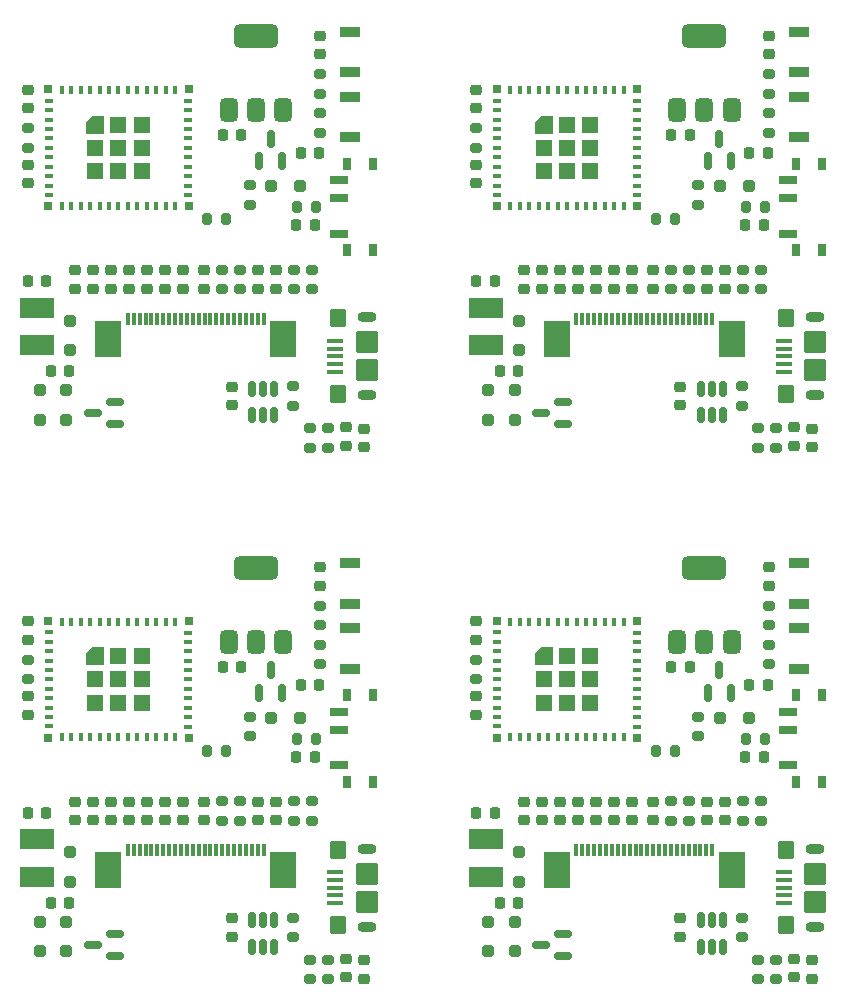
<source format=gtp>
G04 #@! TF.GenerationSoftware,KiCad,Pcbnew,9.0.3*
G04 #@! TF.CreationDate,2025-09-14T18:43:41+02:00*
G04 #@! TF.ProjectId,panel,70616e65-6c2e-46b6-9963-61645f706362,rev?*
G04 #@! TF.SameCoordinates,Original*
G04 #@! TF.FileFunction,Paste,Top*
G04 #@! TF.FilePolarity,Positive*
%FSLAX46Y46*%
G04 Gerber Fmt 4.6, Leading zero omitted, Abs format (unit mm)*
G04 Created by KiCad (PCBNEW 9.0.3) date 2025-09-14 18:43:41*
%MOMM*%
%LPD*%
G01*
G04 APERTURE LIST*
G04 Aperture macros list*
%AMRoundRect*
0 Rectangle with rounded corners*
0 $1 Rounding radius*
0 $2 $3 $4 $5 $6 $7 $8 $9 X,Y pos of 4 corners*
0 Add a 4 corners polygon primitive as box body*
4,1,4,$2,$3,$4,$5,$6,$7,$8,$9,$2,$3,0*
0 Add four circle primitives for the rounded corners*
1,1,$1+$1,$2,$3*
1,1,$1+$1,$4,$5*
1,1,$1+$1,$6,$7*
1,1,$1+$1,$8,$9*
0 Add four rect primitives between the rounded corners*
20,1,$1+$1,$2,$3,$4,$5,0*
20,1,$1+$1,$4,$5,$6,$7,0*
20,1,$1+$1,$6,$7,$8,$9,0*
20,1,$1+$1,$8,$9,$2,$3,0*%
%AMOutline5P*
0 Free polygon, 5 corners , with rotation*
0 The origin of the aperture is its center*
0 number of corners: always 5*
0 $1 to $10 corner X, Y*
0 $11 Rotation angle, in degrees counterclockwise*
0 create outline with 5 corners*
4,1,5,$1,$2,$3,$4,$5,$6,$7,$8,$9,$10,$1,$2,$11*%
%AMOutline6P*
0 Free polygon, 6 corners , with rotation*
0 The origin of the aperture is its center*
0 number of corners: always 6*
0 $1 to $12 corner X, Y*
0 $13 Rotation angle, in degrees counterclockwise*
0 create outline with 6 corners*
4,1,6,$1,$2,$3,$4,$5,$6,$7,$8,$9,$10,$11,$12,$1,$2,$13*%
%AMOutline7P*
0 Free polygon, 7 corners , with rotation*
0 The origin of the aperture is its center*
0 number of corners: always 7*
0 $1 to $14 corner X, Y*
0 $15 Rotation angle, in degrees counterclockwise*
0 create outline with 7 corners*
4,1,7,$1,$2,$3,$4,$5,$6,$7,$8,$9,$10,$11,$12,$13,$14,$1,$2,$15*%
%AMOutline8P*
0 Free polygon, 8 corners , with rotation*
0 The origin of the aperture is its center*
0 number of corners: always 8*
0 $1 to $16 corner X, Y*
0 $17 Rotation angle, in degrees counterclockwise*
0 create outline with 8 corners*
4,1,8,$1,$2,$3,$4,$5,$6,$7,$8,$9,$10,$11,$12,$13,$14,$15,$16,$1,$2,$17*%
G04 Aperture macros list end*
%ADD10RoundRect,0.200000X-0.275000X0.200000X-0.275000X-0.200000X0.275000X-0.200000X0.275000X0.200000X0*%
%ADD11RoundRect,0.225000X-0.250000X0.225000X-0.250000X-0.225000X0.250000X-0.225000X0.250000X0.225000X0*%
%ADD12RoundRect,0.250000X-0.250000X0.250000X-0.250000X-0.250000X0.250000X-0.250000X0.250000X0.250000X0*%
%ADD13RoundRect,0.225000X-0.225000X-0.250000X0.225000X-0.250000X0.225000X0.250000X-0.225000X0.250000X0*%
%ADD14RoundRect,0.225000X0.250000X-0.225000X0.250000X0.225000X-0.250000X0.225000X-0.250000X-0.225000X0*%
%ADD15RoundRect,0.250000X0.250000X0.250000X-0.250000X0.250000X-0.250000X-0.250000X0.250000X-0.250000X0*%
%ADD16RoundRect,0.225000X0.225000X0.250000X-0.225000X0.250000X-0.225000X-0.250000X0.225000X-0.250000X0*%
%ADD17RoundRect,0.375000X0.375000X-0.625000X0.375000X0.625000X-0.375000X0.625000X-0.375000X-0.625000X0*%
%ADD18RoundRect,0.500000X1.400000X-0.500000X1.400000X0.500000X-1.400000X0.500000X-1.400000X-0.500000X0*%
%ADD19R,0.300000X1.100000*%
%ADD20R,2.300000X3.100000*%
%ADD21RoundRect,0.200000X0.200000X0.275000X-0.200000X0.275000X-0.200000X-0.275000X0.200000X-0.275000X0*%
%ADD22RoundRect,0.150000X-0.150000X0.512500X-0.150000X-0.512500X0.150000X-0.512500X0.150000X0.512500X0*%
%ADD23RoundRect,0.150000X0.587500X0.150000X-0.587500X0.150000X-0.587500X-0.150000X0.587500X-0.150000X0*%
%ADD24RoundRect,0.150000X0.150000X-0.587500X0.150000X0.587500X-0.150000X0.587500X-0.150000X-0.587500X0*%
%ADD25RoundRect,0.200000X0.275000X-0.200000X0.275000X0.200000X-0.275000X0.200000X-0.275000X-0.200000X0*%
%ADD26R,0.800000X1.000000*%
%ADD27R,1.500000X0.700000*%
%ADD28RoundRect,0.218750X0.218750X0.256250X-0.218750X0.256250X-0.218750X-0.256250X0.218750X-0.256250X0*%
%ADD29RoundRect,0.218750X-0.256250X0.218750X-0.256250X-0.218750X0.256250X-0.218750X0.256250X0.218750X0*%
%ADD30R,2.900000X1.800000*%
%ADD31RoundRect,0.100000X0.575000X-0.100000X0.575000X0.100000X-0.575000X0.100000X-0.575000X-0.100000X0*%
%ADD32O,1.600000X0.900000*%
%ADD33RoundRect,0.250000X0.450000X-0.550000X0.450000X0.550000X-0.450000X0.550000X-0.450000X-0.550000X0*%
%ADD34RoundRect,0.250000X0.700000X-0.700000X0.700000X0.700000X-0.700000X0.700000X-0.700000X-0.700000X0*%
%ADD35R,0.800000X0.400000*%
%ADD36R,1.450000X1.450000*%
%ADD37R,0.400000X0.800000*%
%ADD38R,0.700000X0.700000*%
%ADD39Outline5P,-0.725000X0.725000X0.725000X0.725000X0.725000X-0.217500X0.217500X-0.725000X-0.725000X-0.725000X180.000000*%
%ADD40R,1.700000X0.900000*%
G04 APERTURE END LIST*
D10*
G04 #@! TO.C,R2*
X73155800Y-42785800D03*
X73155800Y-44435800D03*
G04 #@! TD*
D11*
G04 #@! TO.C,C14*
X22924800Y-29424600D03*
X22924800Y-30974600D03*
G04 #@! TD*
D10*
G04 #@! TO.C,R11*
X70311000Y-74373000D03*
X70311000Y-76023000D03*
G04 #@! TD*
D12*
G04 #@! TO.C,D5*
X10783600Y-84545200D03*
X10783600Y-87045200D03*
G04 #@! TD*
D13*
G04 #@! TO.C,C1*
X32868600Y-19480800D03*
X34418600Y-19480800D03*
G04 #@! TD*
D14*
G04 #@! TO.C,C16*
X67263000Y-75973000D03*
X67263000Y-74423000D03*
G04 #@! TD*
D15*
G04 #@! TO.C,D1*
X32861600Y-22274800D03*
X30361600Y-22274800D03*
G04 #@! TD*
D14*
G04 #@! TO.C,C5*
X34532600Y-56110200D03*
X34532600Y-54560200D03*
G04 #@! TD*
D11*
G04 #@! TO.C,C6*
X47755800Y-20483800D03*
X47755800Y-22033800D03*
G04 #@! TD*
D12*
G04 #@! TO.C,D4*
X13374400Y-33674200D03*
X13374400Y-36174200D03*
G04 #@! TD*
D10*
G04 #@! TO.C,R4*
X28563600Y-22211800D03*
X28563600Y-23861800D03*
G04 #@! TD*
D16*
G04 #@! TO.C,C2*
X65802800Y-17956800D03*
X64252800Y-17956800D03*
G04 #@! TD*
D14*
G04 #@! TO.C,C11*
X18352800Y-30974600D03*
X18352800Y-29424600D03*
G04 #@! TD*
D11*
G04 #@! TO.C,C8*
X51769000Y-74423000D03*
X51769000Y-75973000D03*
G04 #@! TD*
D14*
G04 #@! TO.C,C12*
X19876800Y-75973000D03*
X19876800Y-74423000D03*
G04 #@! TD*
D10*
G04 #@! TO.C,R8*
X64215000Y-29374600D03*
X64215000Y-31024600D03*
G04 #@! TD*
D17*
G04 #@! TO.C,U3*
X26771600Y-15874800D03*
X29071600Y-15874800D03*
D18*
X29071600Y-9574800D03*
D17*
X31371600Y-15874800D03*
G04 #@! TD*
D11*
G04 #@! TO.C,C14*
X60913000Y-74423000D03*
X60913000Y-75973000D03*
G04 #@! TD*
D14*
G04 #@! TO.C,C10*
X16828800Y-30974600D03*
X16828800Y-29424600D03*
G04 #@! TD*
D19*
G04 #@! TO.C,J2*
X18242800Y-33501600D03*
X18742800Y-33501600D03*
X19242800Y-33501600D03*
X19742800Y-33501600D03*
X20242800Y-33501600D03*
X20742800Y-33501600D03*
X21242800Y-33501600D03*
X21742800Y-33501600D03*
X22242800Y-33501600D03*
X22742800Y-33501600D03*
X23242800Y-33501600D03*
X23742800Y-33501600D03*
X24242800Y-33501600D03*
X24742800Y-33501600D03*
X25242800Y-33501600D03*
X25742800Y-33501600D03*
X26242800Y-33501600D03*
X26742800Y-33501600D03*
X27242800Y-33501600D03*
X27742800Y-33501600D03*
X28242800Y-33501600D03*
X28742800Y-33501600D03*
X29242800Y-33501600D03*
X29742800Y-33501600D03*
D20*
X16572800Y-35201600D03*
X31412800Y-35201600D03*
G04 #@! TD*
D12*
G04 #@! TO.C,D3*
X51032400Y-39546800D03*
X51032400Y-42046800D03*
G04 #@! TD*
D21*
G04 #@! TO.C,R5*
X64582800Y-70067200D03*
X62932800Y-70067200D03*
G04 #@! TD*
D22*
G04 #@! TO.C,U2*
X68644800Y-84423700D03*
X67694800Y-84423700D03*
X66744800Y-84423700D03*
X66744800Y-86698700D03*
X67694800Y-86698700D03*
X68644800Y-86698700D03*
G04 #@! TD*
D23*
G04 #@! TO.C,Q2*
X17133600Y-87461200D03*
X17133600Y-85561200D03*
X15258600Y-86511200D03*
G04 #@! TD*
D24*
G04 #@! TO.C,Q1*
X67379800Y-20164300D03*
X69279800Y-20164300D03*
X68329800Y-18289300D03*
G04 #@! TD*
D23*
G04 #@! TO.C,Q2*
X55121800Y-87461200D03*
X55121800Y-85561200D03*
X53246800Y-86511200D03*
G04 #@! TD*
D14*
G04 #@! TO.C,C4*
X76203800Y-89384200D03*
X76203800Y-87834200D03*
G04 #@! TD*
G04 #@! TO.C,C16*
X29274800Y-30974600D03*
X29274800Y-29424600D03*
G04 #@! TD*
G04 #@! TO.C,C17*
X30798800Y-30974600D03*
X30798800Y-29424600D03*
G04 #@! TD*
D15*
G04 #@! TO.C,D1*
X70849800Y-22274800D03*
X68349800Y-22274800D03*
G04 #@! TD*
D19*
G04 #@! TO.C,J2*
X18242800Y-78500000D03*
X18742800Y-78500000D03*
X19242800Y-78500000D03*
X19742800Y-78500000D03*
X20242800Y-78500000D03*
X20742800Y-78500000D03*
X21242800Y-78500000D03*
X21742800Y-78500000D03*
X22242800Y-78500000D03*
X22742800Y-78500000D03*
X23242800Y-78500000D03*
X23742800Y-78500000D03*
X24242800Y-78500000D03*
X24742800Y-78500000D03*
X25242800Y-78500000D03*
X25742800Y-78500000D03*
X26242800Y-78500000D03*
X26742800Y-78500000D03*
X27242800Y-78500000D03*
X27742800Y-78500000D03*
X28242800Y-78500000D03*
X28742800Y-78500000D03*
X29242800Y-78500000D03*
X29742800Y-78500000D03*
D20*
X16572800Y-80200000D03*
X31412800Y-80200000D03*
G04 #@! TD*
D25*
G04 #@! TO.C,R3*
X71631800Y-89434200D03*
X71631800Y-87784200D03*
G04 #@! TD*
D10*
G04 #@! TO.C,R10*
X71835000Y-29374600D03*
X71835000Y-31024600D03*
G04 #@! TD*
D25*
G04 #@! TO.C,R12*
X34532600Y-17765800D03*
X34532600Y-16115800D03*
G04 #@! TD*
D14*
G04 #@! TO.C,C7*
X47755800Y-15683800D03*
X47755800Y-14133800D03*
G04 #@! TD*
D24*
G04 #@! TO.C,Q1*
X67379800Y-65162700D03*
X69279800Y-65162700D03*
X68329800Y-63287700D03*
G04 #@! TD*
D25*
G04 #@! TO.C,R7*
X9767600Y-64034200D03*
X9767600Y-62384200D03*
G04 #@! TD*
D24*
G04 #@! TO.C,Q1*
X29391600Y-65162700D03*
X31291600Y-65162700D03*
X30341600Y-63287700D03*
G04 #@! TD*
D15*
G04 #@! TO.C,D1*
X70849800Y-67273200D03*
X68349800Y-67273200D03*
G04 #@! TD*
D11*
G04 #@! TO.C,C14*
X22924800Y-74423000D03*
X22924800Y-75973000D03*
G04 #@! TD*
D25*
G04 #@! TO.C,R1*
X70234800Y-85878200D03*
X70234800Y-84228200D03*
G04 #@! TD*
D21*
G04 #@! TO.C,R13*
X34214600Y-69051200D03*
X32564600Y-69051200D03*
G04 #@! TD*
D26*
G04 #@! TO.C,SW3*
X36800600Y-72701200D03*
X39010600Y-72701200D03*
X36800600Y-65401200D03*
X39010600Y-65401200D03*
D27*
X36150600Y-71301200D03*
X36150600Y-68301200D03*
X36150600Y-66801200D03*
G04 #@! TD*
D21*
G04 #@! TO.C,R5*
X26594600Y-70067200D03*
X24944600Y-70067200D03*
G04 #@! TD*
D16*
G04 #@! TO.C,C18*
X51274000Y-82959100D03*
X49724000Y-82959100D03*
G04 #@! TD*
G04 #@! TO.C,C18*
X51274000Y-37960700D03*
X49724000Y-37960700D03*
G04 #@! TD*
D11*
G04 #@! TO.C,C6*
X9767600Y-20483800D03*
X9767600Y-22033800D03*
G04 #@! TD*
D28*
G04 #@! TO.C,D6*
X34088600Y-25576800D03*
X32513600Y-25576800D03*
G04 #@! TD*
D11*
G04 #@! TO.C,C8*
X51769000Y-29424600D03*
X51769000Y-30974600D03*
G04 #@! TD*
D10*
G04 #@! TO.C,R8*
X26226800Y-29374600D03*
X26226800Y-31024600D03*
G04 #@! TD*
D16*
G04 #@! TO.C,C18*
X13285800Y-82959100D03*
X11735800Y-82959100D03*
G04 #@! TD*
D11*
G04 #@! TO.C,C15*
X24702800Y-29424600D03*
X24702800Y-30974600D03*
G04 #@! TD*
D10*
G04 #@! TO.C,R11*
X32322800Y-29374600D03*
X32322800Y-31024600D03*
G04 #@! TD*
D21*
G04 #@! TO.C,R5*
X26594600Y-25068800D03*
X24944600Y-25068800D03*
G04 #@! TD*
D10*
G04 #@! TO.C,R2*
X35167600Y-42785800D03*
X35167600Y-44435800D03*
G04 #@! TD*
D29*
G04 #@! TO.C,D2*
X36691600Y-87694700D03*
X36691600Y-89269700D03*
G04 #@! TD*
D25*
G04 #@! TO.C,R12*
X34532600Y-62764200D03*
X34532600Y-61114200D03*
G04 #@! TD*
D13*
G04 #@! TO.C,C1*
X70856800Y-64479200D03*
X72406800Y-64479200D03*
G04 #@! TD*
D11*
G04 #@! TO.C,C8*
X13780800Y-74423000D03*
X13780800Y-75973000D03*
G04 #@! TD*
D25*
G04 #@! TO.C,R6*
X34532600Y-59462200D03*
X34532600Y-57812200D03*
G04 #@! TD*
G04 #@! TO.C,R12*
X72520800Y-17765800D03*
X72520800Y-16115800D03*
G04 #@! TD*
G04 #@! TO.C,R6*
X72520800Y-59462200D03*
X72520800Y-57812200D03*
G04 #@! TD*
D14*
G04 #@! TO.C,C16*
X67263000Y-30974600D03*
X67263000Y-29424600D03*
G04 #@! TD*
D29*
G04 #@! TO.C,D2*
X74679800Y-87694700D03*
X74679800Y-89269700D03*
G04 #@! TD*
D14*
G04 #@! TO.C,C7*
X9767600Y-60682200D03*
X9767600Y-59132200D03*
G04 #@! TD*
G04 #@! TO.C,C9*
X53293000Y-30974600D03*
X53293000Y-29424600D03*
G04 #@! TD*
D28*
G04 #@! TO.C,D6*
X72076800Y-70575200D03*
X70501800Y-70575200D03*
G04 #@! TD*
D14*
G04 #@! TO.C,C4*
X38215600Y-89384200D03*
X38215600Y-87834200D03*
G04 #@! TD*
D10*
G04 #@! TO.C,R9*
X27750800Y-74373000D03*
X27750800Y-76023000D03*
G04 #@! TD*
D21*
G04 #@! TO.C,R13*
X72202800Y-69051200D03*
X70552800Y-69051200D03*
G04 #@! TD*
D14*
G04 #@! TO.C,C9*
X15304800Y-30974600D03*
X15304800Y-29424600D03*
G04 #@! TD*
D26*
G04 #@! TO.C,SW3*
X74788800Y-27702800D03*
X76998800Y-27702800D03*
X74788800Y-20402800D03*
X76998800Y-20402800D03*
D27*
X74138800Y-26302800D03*
X74138800Y-23302800D03*
X74138800Y-21802800D03*
G04 #@! TD*
D11*
G04 #@! TO.C,C8*
X13780800Y-29424600D03*
X13780800Y-30974600D03*
G04 #@! TD*
D14*
G04 #@! TO.C,C11*
X56341000Y-75973000D03*
X56341000Y-74423000D03*
G04 #@! TD*
D16*
G04 #@! TO.C,C2*
X65802800Y-62955200D03*
X64252800Y-62955200D03*
G04 #@! TD*
D21*
G04 #@! TO.C,R5*
X64582800Y-25068800D03*
X62932800Y-25068800D03*
G04 #@! TD*
D30*
G04 #@! TO.C,L1*
X48568600Y-77560600D03*
X48568600Y-80760600D03*
G04 #@! TD*
D11*
G04 #@! TO.C,C13*
X21400800Y-74423000D03*
X21400800Y-75973000D03*
G04 #@! TD*
D14*
G04 #@! TO.C,C4*
X38215600Y-44385800D03*
X38215600Y-42835800D03*
G04 #@! TD*
D10*
G04 #@! TO.C,R4*
X66551800Y-67210200D03*
X66551800Y-68860200D03*
G04 #@! TD*
D14*
G04 #@! TO.C,C12*
X57865000Y-75973000D03*
X57865000Y-74423000D03*
G04 #@! TD*
D26*
G04 #@! TO.C,SW3*
X74788800Y-72701200D03*
X76998800Y-72701200D03*
X74788800Y-65401200D03*
X76998800Y-65401200D03*
D27*
X74138800Y-71301200D03*
X74138800Y-68301200D03*
X74138800Y-66801200D03*
G04 #@! TD*
D11*
G04 #@! TO.C,C13*
X59389000Y-74423000D03*
X59389000Y-75973000D03*
G04 #@! TD*
D14*
G04 #@! TO.C,C11*
X56341000Y-30974600D03*
X56341000Y-29424600D03*
G04 #@! TD*
D31*
G04 #@! TO.C,J1*
X73782800Y-82981200D03*
X73782800Y-82331200D03*
X73782800Y-81681200D03*
X73782800Y-81031200D03*
X73782800Y-80381200D03*
D32*
X76457800Y-84981200D03*
D33*
X74007800Y-84881200D03*
D34*
X76457800Y-82881200D03*
X76457800Y-80481200D03*
D33*
X74007800Y-78481200D03*
D32*
X76457800Y-78381200D03*
G04 #@! TD*
D25*
G04 #@! TO.C,R1*
X32246600Y-85878200D03*
X32246600Y-84228200D03*
G04 #@! TD*
D12*
G04 #@! TO.C,D3*
X13044200Y-39546800D03*
X13044200Y-42046800D03*
G04 #@! TD*
D10*
G04 #@! TO.C,R4*
X66551800Y-22211800D03*
X66551800Y-23861800D03*
G04 #@! TD*
D16*
G04 #@! TO.C,C2*
X27814600Y-62955200D03*
X26264600Y-62955200D03*
G04 #@! TD*
D35*
G04 #@! TO.C,U1*
X49539800Y-60045200D03*
X49539800Y-60845200D03*
X49539800Y-61645200D03*
X49539800Y-62445200D03*
X49539800Y-63245200D03*
X49539800Y-64045200D03*
X49539800Y-64845200D03*
X49539800Y-65645200D03*
X49539800Y-66445200D03*
D36*
X55439800Y-66020200D03*
D35*
X49539800Y-67245200D03*
X49539800Y-67995200D03*
D37*
X50639800Y-68945200D03*
X51439800Y-68945200D03*
X52239800Y-68945200D03*
X53039800Y-68945200D03*
X53839800Y-68945200D03*
X54639800Y-68945200D03*
X55439800Y-68945200D03*
X56239800Y-68945200D03*
X57039800Y-68945200D03*
X57839800Y-68945200D03*
X58639800Y-68945200D03*
X59439800Y-68945200D03*
X60239800Y-68945200D03*
D35*
X61339800Y-68045200D03*
X61339800Y-67245200D03*
X61339800Y-66445200D03*
X61339800Y-65645200D03*
X61339800Y-64845200D03*
X61339800Y-64045200D03*
X61339800Y-63245200D03*
X61339800Y-62445200D03*
X61339800Y-61645200D03*
X61339800Y-60845200D03*
X61339800Y-60095200D03*
D37*
X60239800Y-59145200D03*
X60239800Y-59145200D03*
X59439800Y-59145200D03*
X58639800Y-59145200D03*
X57839800Y-59145200D03*
X57039800Y-59145200D03*
X56239800Y-59145200D03*
X55439800Y-59145200D03*
X54639800Y-59145200D03*
X53839800Y-59145200D03*
X53039800Y-59145200D03*
X52239800Y-59145200D03*
X51439800Y-59145200D03*
X50639800Y-59145200D03*
D36*
X55439800Y-64045200D03*
D38*
X61389800Y-59095200D03*
X61389800Y-68995200D03*
X49489800Y-68995200D03*
X49489800Y-59095200D03*
D39*
X53489800Y-62070200D03*
D36*
X55439800Y-62070200D03*
X57414800Y-62070200D03*
X53464800Y-64045200D03*
X57414800Y-64045200D03*
X53464800Y-66020200D03*
X57414800Y-66020200D03*
G04 #@! TD*
D40*
G04 #@! TO.C,SW4*
X75060800Y-14732800D03*
X75060800Y-18132800D03*
G04 #@! TD*
D10*
G04 #@! TO.C,R11*
X32322800Y-74373000D03*
X32322800Y-76023000D03*
G04 #@! TD*
D25*
G04 #@! TO.C,R6*
X34532600Y-14463800D03*
X34532600Y-12813800D03*
G04 #@! TD*
D11*
G04 #@! TO.C,C3*
X65027800Y-39279800D03*
X65027800Y-40829800D03*
G04 #@! TD*
D12*
G04 #@! TO.C,D4*
X13374400Y-78672600D03*
X13374400Y-81172600D03*
G04 #@! TD*
D30*
G04 #@! TO.C,L1*
X10580400Y-77560600D03*
X10580400Y-80760600D03*
G04 #@! TD*
D25*
G04 #@! TO.C,R7*
X47755800Y-64034200D03*
X47755800Y-62384200D03*
G04 #@! TD*
D10*
G04 #@! TO.C,R10*
X33846800Y-74373000D03*
X33846800Y-76023000D03*
G04 #@! TD*
D25*
G04 #@! TO.C,R7*
X47755800Y-19035800D03*
X47755800Y-17385800D03*
G04 #@! TD*
G04 #@! TO.C,R6*
X72520800Y-14463800D03*
X72520800Y-12813800D03*
G04 #@! TD*
D14*
G04 #@! TO.C,C12*
X19876800Y-30974600D03*
X19876800Y-29424600D03*
G04 #@! TD*
D22*
G04 #@! TO.C,U2*
X30656600Y-84423700D03*
X29706600Y-84423700D03*
X28756600Y-84423700D03*
X28756600Y-86698700D03*
X29706600Y-86698700D03*
X30656600Y-86698700D03*
G04 #@! TD*
D11*
G04 #@! TO.C,C6*
X47755800Y-65482200D03*
X47755800Y-67032200D03*
G04 #@! TD*
D12*
G04 #@! TO.C,D3*
X51032400Y-84545200D03*
X51032400Y-87045200D03*
G04 #@! TD*
D14*
G04 #@! TO.C,C4*
X76203800Y-44385800D03*
X76203800Y-42835800D03*
G04 #@! TD*
D23*
G04 #@! TO.C,Q2*
X55121800Y-42462800D03*
X55121800Y-40562800D03*
X53246800Y-41512800D03*
G04 #@! TD*
D19*
G04 #@! TO.C,J2*
X56231000Y-78500000D03*
X56731000Y-78500000D03*
X57231000Y-78500000D03*
X57731000Y-78500000D03*
X58231000Y-78500000D03*
X58731000Y-78500000D03*
X59231000Y-78500000D03*
X59731000Y-78500000D03*
X60231000Y-78500000D03*
X60731000Y-78500000D03*
X61231000Y-78500000D03*
X61731000Y-78500000D03*
X62231000Y-78500000D03*
X62731000Y-78500000D03*
X63231000Y-78500000D03*
X63731000Y-78500000D03*
X64231000Y-78500000D03*
X64731000Y-78500000D03*
X65231000Y-78500000D03*
X65731000Y-78500000D03*
X66231000Y-78500000D03*
X66731000Y-78500000D03*
X67231000Y-78500000D03*
X67731000Y-78500000D03*
D20*
X54561000Y-80200000D03*
X69401000Y-80200000D03*
G04 #@! TD*
D10*
G04 #@! TO.C,R2*
X35167600Y-87784200D03*
X35167600Y-89434200D03*
G04 #@! TD*
D11*
G04 #@! TO.C,C3*
X27039600Y-84278200D03*
X27039600Y-85828200D03*
G04 #@! TD*
D14*
G04 #@! TO.C,C17*
X68787000Y-75973000D03*
X68787000Y-74423000D03*
G04 #@! TD*
D30*
G04 #@! TO.C,L1*
X48568600Y-32562200D03*
X48568600Y-35762200D03*
G04 #@! TD*
D11*
G04 #@! TO.C,C6*
X9767600Y-65482200D03*
X9767600Y-67032200D03*
G04 #@! TD*
D16*
G04 #@! TO.C,C18*
X13285800Y-37960700D03*
X11735800Y-37960700D03*
G04 #@! TD*
D21*
G04 #@! TO.C,R13*
X34214600Y-24052800D03*
X32564600Y-24052800D03*
G04 #@! TD*
D23*
G04 #@! TO.C,Q2*
X17133600Y-42462800D03*
X17133600Y-40562800D03*
X15258600Y-41512800D03*
G04 #@! TD*
D13*
G04 #@! TO.C,C1*
X32868600Y-64479200D03*
X34418600Y-64479200D03*
G04 #@! TD*
D35*
G04 #@! TO.C,U1*
X11551600Y-15046800D03*
X11551600Y-15846800D03*
X11551600Y-16646800D03*
X11551600Y-17446800D03*
X11551600Y-18246800D03*
X11551600Y-19046800D03*
X11551600Y-19846800D03*
X11551600Y-20646800D03*
X11551600Y-21446800D03*
D36*
X17451600Y-21021800D03*
D35*
X11551600Y-22246800D03*
X11551600Y-22996800D03*
D37*
X12651600Y-23946800D03*
X13451600Y-23946800D03*
X14251600Y-23946800D03*
X15051600Y-23946800D03*
X15851600Y-23946800D03*
X16651600Y-23946800D03*
X17451600Y-23946800D03*
X18251600Y-23946800D03*
X19051600Y-23946800D03*
X19851600Y-23946800D03*
X20651600Y-23946800D03*
X21451600Y-23946800D03*
X22251600Y-23946800D03*
D35*
X23351600Y-23046800D03*
X23351600Y-22246800D03*
X23351600Y-21446800D03*
X23351600Y-20646800D03*
X23351600Y-19846800D03*
X23351600Y-19046800D03*
X23351600Y-18246800D03*
X23351600Y-17446800D03*
X23351600Y-16646800D03*
X23351600Y-15846800D03*
X23351600Y-15096800D03*
D37*
X22251600Y-14146800D03*
X22251600Y-14146800D03*
X21451600Y-14146800D03*
X20651600Y-14146800D03*
X19851600Y-14146800D03*
X19051600Y-14146800D03*
X18251600Y-14146800D03*
X17451600Y-14146800D03*
X16651600Y-14146800D03*
X15851600Y-14146800D03*
X15051600Y-14146800D03*
X14251600Y-14146800D03*
X13451600Y-14146800D03*
X12651600Y-14146800D03*
D36*
X17451600Y-19046800D03*
D38*
X23401600Y-14096800D03*
X23401600Y-23996800D03*
X11501600Y-23996800D03*
X11501600Y-14096800D03*
D39*
X15501600Y-17071800D03*
D36*
X17451600Y-17071800D03*
X19426600Y-17071800D03*
X15476600Y-19046800D03*
X19426600Y-19046800D03*
X15476600Y-21021800D03*
X19426600Y-21021800D03*
G04 #@! TD*
D12*
G04 #@! TO.C,D5*
X10783600Y-39546800D03*
X10783600Y-42046800D03*
G04 #@! TD*
D13*
G04 #@! TO.C,C20*
X47742800Y-75325000D03*
X49292800Y-75325000D03*
G04 #@! TD*
D17*
G04 #@! TO.C,U3*
X64759800Y-15874800D03*
X67059800Y-15874800D03*
D18*
X67059800Y-9574800D03*
D17*
X69359800Y-15874800D03*
G04 #@! TD*
D14*
G04 #@! TO.C,C17*
X68787000Y-30974600D03*
X68787000Y-29424600D03*
G04 #@! TD*
D10*
G04 #@! TO.C,R11*
X70311000Y-29374600D03*
X70311000Y-31024600D03*
G04 #@! TD*
D15*
G04 #@! TO.C,D1*
X32861600Y-67273200D03*
X30361600Y-67273200D03*
G04 #@! TD*
D12*
G04 #@! TO.C,D5*
X48771800Y-84545200D03*
X48771800Y-87045200D03*
G04 #@! TD*
D11*
G04 #@! TO.C,C3*
X65027800Y-84278200D03*
X65027800Y-85828200D03*
G04 #@! TD*
D17*
G04 #@! TO.C,U3*
X64759800Y-60873200D03*
X67059800Y-60873200D03*
D18*
X67059800Y-54573200D03*
D17*
X69359800Y-60873200D03*
G04 #@! TD*
D11*
G04 #@! TO.C,C3*
X27039600Y-39279800D03*
X27039600Y-40829800D03*
G04 #@! TD*
D10*
G04 #@! TO.C,R2*
X73155800Y-87784200D03*
X73155800Y-89434200D03*
G04 #@! TD*
D40*
G04 #@! TO.C,SW1*
X75060800Y-54221200D03*
X75060800Y-57621200D03*
G04 #@! TD*
D10*
G04 #@! TO.C,R9*
X27750800Y-29374600D03*
X27750800Y-31024600D03*
G04 #@! TD*
D40*
G04 #@! TO.C,SW4*
X37072600Y-14732800D03*
X37072600Y-18132800D03*
G04 #@! TD*
G04 #@! TO.C,SW1*
X75060800Y-9222800D03*
X75060800Y-12622800D03*
G04 #@! TD*
D14*
G04 #@! TO.C,C5*
X34532600Y-11111800D03*
X34532600Y-9561800D03*
G04 #@! TD*
D12*
G04 #@! TO.C,D5*
X48771800Y-39546800D03*
X48771800Y-42046800D03*
G04 #@! TD*
D14*
G04 #@! TO.C,C7*
X9767600Y-15683800D03*
X9767600Y-14133800D03*
G04 #@! TD*
D11*
G04 #@! TO.C,C15*
X62691000Y-74423000D03*
X62691000Y-75973000D03*
G04 #@! TD*
D22*
G04 #@! TO.C,U2*
X68644800Y-39425300D03*
X67694800Y-39425300D03*
X66744800Y-39425300D03*
X66744800Y-41700300D03*
X67694800Y-41700300D03*
X68644800Y-41700300D03*
G04 #@! TD*
D25*
G04 #@! TO.C,R1*
X32246600Y-40879800D03*
X32246600Y-39229800D03*
G04 #@! TD*
D28*
G04 #@! TO.C,D6*
X72076800Y-25576800D03*
X70501800Y-25576800D03*
G04 #@! TD*
D16*
G04 #@! TO.C,C2*
X27814600Y-17956800D03*
X26264600Y-17956800D03*
G04 #@! TD*
D40*
G04 #@! TO.C,SW4*
X75060800Y-59731200D03*
X75060800Y-63131200D03*
G04 #@! TD*
D25*
G04 #@! TO.C,R3*
X71631800Y-44435800D03*
X71631800Y-42785800D03*
G04 #@! TD*
D19*
G04 #@! TO.C,J2*
X56231000Y-33501600D03*
X56731000Y-33501600D03*
X57231000Y-33501600D03*
X57731000Y-33501600D03*
X58231000Y-33501600D03*
X58731000Y-33501600D03*
X59231000Y-33501600D03*
X59731000Y-33501600D03*
X60231000Y-33501600D03*
X60731000Y-33501600D03*
X61231000Y-33501600D03*
X61731000Y-33501600D03*
X62231000Y-33501600D03*
X62731000Y-33501600D03*
X63231000Y-33501600D03*
X63731000Y-33501600D03*
X64231000Y-33501600D03*
X64731000Y-33501600D03*
X65231000Y-33501600D03*
X65731000Y-33501600D03*
X66231000Y-33501600D03*
X66731000Y-33501600D03*
X67231000Y-33501600D03*
X67731000Y-33501600D03*
D20*
X54561000Y-35201600D03*
X69401000Y-35201600D03*
G04 #@! TD*
D40*
G04 #@! TO.C,SW1*
X37072600Y-9222800D03*
X37072600Y-12622800D03*
G04 #@! TD*
D26*
G04 #@! TO.C,SW3*
X36800600Y-27702800D03*
X39010600Y-27702800D03*
X36800600Y-20402800D03*
X39010600Y-20402800D03*
D27*
X36150600Y-26302800D03*
X36150600Y-23302800D03*
X36150600Y-21802800D03*
G04 #@! TD*
D13*
G04 #@! TO.C,C20*
X9754600Y-30326600D03*
X11304600Y-30326600D03*
G04 #@! TD*
D29*
G04 #@! TO.C,D2*
X74679800Y-42696300D03*
X74679800Y-44271300D03*
G04 #@! TD*
D17*
G04 #@! TO.C,U3*
X26771600Y-60873200D03*
X29071600Y-60873200D03*
D18*
X29071600Y-54573200D03*
D17*
X31371600Y-60873200D03*
G04 #@! TD*
D11*
G04 #@! TO.C,C15*
X24702800Y-74423000D03*
X24702800Y-75973000D03*
G04 #@! TD*
G04 #@! TO.C,C13*
X21400800Y-29424600D03*
X21400800Y-30974600D03*
G04 #@! TD*
D14*
G04 #@! TO.C,C10*
X16828800Y-75973000D03*
X16828800Y-74423000D03*
G04 #@! TD*
G04 #@! TO.C,C7*
X47755800Y-60682200D03*
X47755800Y-59132200D03*
G04 #@! TD*
G04 #@! TO.C,C5*
X72520800Y-11111800D03*
X72520800Y-9561800D03*
G04 #@! TD*
D10*
G04 #@! TO.C,R8*
X64215000Y-74373000D03*
X64215000Y-76023000D03*
G04 #@! TD*
D11*
G04 #@! TO.C,C13*
X59389000Y-29424600D03*
X59389000Y-30974600D03*
G04 #@! TD*
D10*
G04 #@! TO.C,R8*
X26226800Y-74373000D03*
X26226800Y-76023000D03*
G04 #@! TD*
D25*
G04 #@! TO.C,R3*
X33643600Y-44435800D03*
X33643600Y-42785800D03*
G04 #@! TD*
D40*
G04 #@! TO.C,SW4*
X37072600Y-59731200D03*
X37072600Y-63131200D03*
G04 #@! TD*
D25*
G04 #@! TO.C,R1*
X70234800Y-40879800D03*
X70234800Y-39229800D03*
G04 #@! TD*
D13*
G04 #@! TO.C,C20*
X9754600Y-75325000D03*
X11304600Y-75325000D03*
G04 #@! TD*
D11*
G04 #@! TO.C,C15*
X62691000Y-29424600D03*
X62691000Y-30974600D03*
G04 #@! TD*
D30*
G04 #@! TO.C,L1*
X10580400Y-32562200D03*
X10580400Y-35762200D03*
G04 #@! TD*
D14*
G04 #@! TO.C,C17*
X30798800Y-75973000D03*
X30798800Y-74423000D03*
G04 #@! TD*
D10*
G04 #@! TO.C,R4*
X28563600Y-67210200D03*
X28563600Y-68860200D03*
G04 #@! TD*
D14*
G04 #@! TO.C,C10*
X54817000Y-30974600D03*
X54817000Y-29424600D03*
G04 #@! TD*
D10*
G04 #@! TO.C,R9*
X65739000Y-74373000D03*
X65739000Y-76023000D03*
G04 #@! TD*
D12*
G04 #@! TO.C,D4*
X51362600Y-78672600D03*
X51362600Y-81172600D03*
G04 #@! TD*
D25*
G04 #@! TO.C,R7*
X9767600Y-19035800D03*
X9767600Y-17385800D03*
G04 #@! TD*
D13*
G04 #@! TO.C,C20*
X47742800Y-30326600D03*
X49292800Y-30326600D03*
G04 #@! TD*
D31*
G04 #@! TO.C,J1*
X35794600Y-37982800D03*
X35794600Y-37332800D03*
X35794600Y-36682800D03*
X35794600Y-36032800D03*
X35794600Y-35382800D03*
D32*
X38469600Y-39982800D03*
D33*
X36019600Y-39882800D03*
D34*
X38469600Y-37882800D03*
X38469600Y-35482800D03*
D33*
X36019600Y-33482800D03*
D32*
X38469600Y-33382800D03*
G04 #@! TD*
D25*
G04 #@! TO.C,R3*
X33643600Y-89434200D03*
X33643600Y-87784200D03*
G04 #@! TD*
D10*
G04 #@! TO.C,R10*
X71835000Y-74373000D03*
X71835000Y-76023000D03*
G04 #@! TD*
D14*
G04 #@! TO.C,C9*
X15304800Y-75973000D03*
X15304800Y-74423000D03*
G04 #@! TD*
G04 #@! TO.C,C16*
X29274800Y-75973000D03*
X29274800Y-74423000D03*
G04 #@! TD*
D28*
G04 #@! TO.C,D6*
X34088600Y-70575200D03*
X32513600Y-70575200D03*
G04 #@! TD*
D12*
G04 #@! TO.C,D3*
X13044200Y-84545200D03*
X13044200Y-87045200D03*
G04 #@! TD*
D13*
G04 #@! TO.C,C1*
X70856800Y-19480800D03*
X72406800Y-19480800D03*
G04 #@! TD*
D14*
G04 #@! TO.C,C10*
X54817000Y-75973000D03*
X54817000Y-74423000D03*
G04 #@! TD*
G04 #@! TO.C,C11*
X18352800Y-75973000D03*
X18352800Y-74423000D03*
G04 #@! TD*
D35*
G04 #@! TO.C,U1*
X49539800Y-15046800D03*
X49539800Y-15846800D03*
X49539800Y-16646800D03*
X49539800Y-17446800D03*
X49539800Y-18246800D03*
X49539800Y-19046800D03*
X49539800Y-19846800D03*
X49539800Y-20646800D03*
X49539800Y-21446800D03*
D36*
X55439800Y-21021800D03*
D35*
X49539800Y-22246800D03*
X49539800Y-22996800D03*
D37*
X50639800Y-23946800D03*
X51439800Y-23946800D03*
X52239800Y-23946800D03*
X53039800Y-23946800D03*
X53839800Y-23946800D03*
X54639800Y-23946800D03*
X55439800Y-23946800D03*
X56239800Y-23946800D03*
X57039800Y-23946800D03*
X57839800Y-23946800D03*
X58639800Y-23946800D03*
X59439800Y-23946800D03*
X60239800Y-23946800D03*
D35*
X61339800Y-23046800D03*
X61339800Y-22246800D03*
X61339800Y-21446800D03*
X61339800Y-20646800D03*
X61339800Y-19846800D03*
X61339800Y-19046800D03*
X61339800Y-18246800D03*
X61339800Y-17446800D03*
X61339800Y-16646800D03*
X61339800Y-15846800D03*
X61339800Y-15096800D03*
D37*
X60239800Y-14146800D03*
X60239800Y-14146800D03*
X59439800Y-14146800D03*
X58639800Y-14146800D03*
X57839800Y-14146800D03*
X57039800Y-14146800D03*
X56239800Y-14146800D03*
X55439800Y-14146800D03*
X54639800Y-14146800D03*
X53839800Y-14146800D03*
X53039800Y-14146800D03*
X52239800Y-14146800D03*
X51439800Y-14146800D03*
X50639800Y-14146800D03*
D36*
X55439800Y-19046800D03*
D38*
X61389800Y-14096800D03*
X61389800Y-23996800D03*
X49489800Y-23996800D03*
X49489800Y-14096800D03*
D39*
X53489800Y-17071800D03*
D36*
X55439800Y-17071800D03*
X57414800Y-17071800D03*
X53464800Y-19046800D03*
X57414800Y-19046800D03*
X53464800Y-21021800D03*
X57414800Y-21021800D03*
G04 #@! TD*
D10*
G04 #@! TO.C,R10*
X33846800Y-29374600D03*
X33846800Y-31024600D03*
G04 #@! TD*
D14*
G04 #@! TO.C,C5*
X72520800Y-56110200D03*
X72520800Y-54560200D03*
G04 #@! TD*
G04 #@! TO.C,C9*
X53293000Y-75973000D03*
X53293000Y-74423000D03*
G04 #@! TD*
D29*
G04 #@! TO.C,D2*
X36691600Y-42696300D03*
X36691600Y-44271300D03*
G04 #@! TD*
D40*
G04 #@! TO.C,SW1*
X37072600Y-54221200D03*
X37072600Y-57621200D03*
G04 #@! TD*
D31*
G04 #@! TO.C,J1*
X73782800Y-37982800D03*
X73782800Y-37332800D03*
X73782800Y-36682800D03*
X73782800Y-36032800D03*
X73782800Y-35382800D03*
D32*
X76457800Y-39982800D03*
D33*
X74007800Y-39882800D03*
D34*
X76457800Y-37882800D03*
X76457800Y-35482800D03*
D33*
X74007800Y-33482800D03*
D32*
X76457800Y-33382800D03*
G04 #@! TD*
D21*
G04 #@! TO.C,R13*
X72202800Y-24052800D03*
X70552800Y-24052800D03*
G04 #@! TD*
D12*
G04 #@! TO.C,D4*
X51362600Y-33674200D03*
X51362600Y-36174200D03*
G04 #@! TD*
D10*
G04 #@! TO.C,R9*
X65739000Y-29374600D03*
X65739000Y-31024600D03*
G04 #@! TD*
D11*
G04 #@! TO.C,C14*
X60913000Y-29424600D03*
X60913000Y-30974600D03*
G04 #@! TD*
D25*
G04 #@! TO.C,R12*
X72520800Y-62764200D03*
X72520800Y-61114200D03*
G04 #@! TD*
D22*
G04 #@! TO.C,U2*
X30656600Y-39425300D03*
X29706600Y-39425300D03*
X28756600Y-39425300D03*
X28756600Y-41700300D03*
X29706600Y-41700300D03*
X30656600Y-41700300D03*
G04 #@! TD*
D14*
G04 #@! TO.C,C12*
X57865000Y-30974600D03*
X57865000Y-29424600D03*
G04 #@! TD*
D35*
G04 #@! TO.C,U1*
X11551600Y-60045200D03*
X11551600Y-60845200D03*
X11551600Y-61645200D03*
X11551600Y-62445200D03*
X11551600Y-63245200D03*
X11551600Y-64045200D03*
X11551600Y-64845200D03*
X11551600Y-65645200D03*
X11551600Y-66445200D03*
D36*
X17451600Y-66020200D03*
D35*
X11551600Y-67245200D03*
X11551600Y-67995200D03*
D37*
X12651600Y-68945200D03*
X13451600Y-68945200D03*
X14251600Y-68945200D03*
X15051600Y-68945200D03*
X15851600Y-68945200D03*
X16651600Y-68945200D03*
X17451600Y-68945200D03*
X18251600Y-68945200D03*
X19051600Y-68945200D03*
X19851600Y-68945200D03*
X20651600Y-68945200D03*
X21451600Y-68945200D03*
X22251600Y-68945200D03*
D35*
X23351600Y-68045200D03*
X23351600Y-67245200D03*
X23351600Y-66445200D03*
X23351600Y-65645200D03*
X23351600Y-64845200D03*
X23351600Y-64045200D03*
X23351600Y-63245200D03*
X23351600Y-62445200D03*
X23351600Y-61645200D03*
X23351600Y-60845200D03*
X23351600Y-60095200D03*
D37*
X22251600Y-59145200D03*
X22251600Y-59145200D03*
X21451600Y-59145200D03*
X20651600Y-59145200D03*
X19851600Y-59145200D03*
X19051600Y-59145200D03*
X18251600Y-59145200D03*
X17451600Y-59145200D03*
X16651600Y-59145200D03*
X15851600Y-59145200D03*
X15051600Y-59145200D03*
X14251600Y-59145200D03*
X13451600Y-59145200D03*
X12651600Y-59145200D03*
D36*
X17451600Y-64045200D03*
D38*
X23401600Y-59095200D03*
X23401600Y-68995200D03*
X11501600Y-68995200D03*
X11501600Y-59095200D03*
D39*
X15501600Y-62070200D03*
D36*
X17451600Y-62070200D03*
X19426600Y-62070200D03*
X15476600Y-64045200D03*
X19426600Y-64045200D03*
X15476600Y-66020200D03*
X19426600Y-66020200D03*
G04 #@! TD*
D24*
G04 #@! TO.C,Q1*
X29391600Y-20164300D03*
X31291600Y-20164300D03*
X30341600Y-18289300D03*
G04 #@! TD*
D31*
G04 #@! TO.C,J1*
X35794600Y-82981200D03*
X35794600Y-82331200D03*
X35794600Y-81681200D03*
X35794600Y-81031200D03*
X35794600Y-80381200D03*
D32*
X38469600Y-84981200D03*
D33*
X36019600Y-84881200D03*
D34*
X38469600Y-82881200D03*
X38469600Y-80481200D03*
D33*
X36019600Y-78481200D03*
D32*
X38469600Y-78381200D03*
G04 #@! TD*
M02*

</source>
